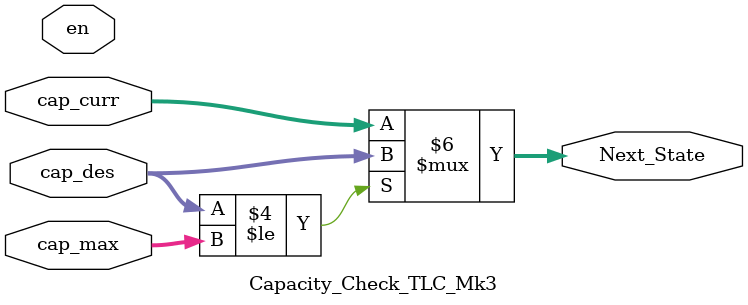
<source format=v>
module Capacity_Check_TLC_Mk3(en, cap_max, cap_curr, cap_des, Next_State);
	
	input en;
	input [3:0]cap_max, cap_curr, cap_des;
	output [3:0]Next_State;
	
	reg [3:0]Next_State;
	
	always @(en or cap_max or cap_curr or cap_des)
	begin
	
		if (en == 1)
			begin
			
				if (cap_curr > cap_max)
					begin
						
						Next_State = cap_max;
					end
			end
				
		if (cap_des <= cap_max)
			begin
			
				Next_State = cap_des;
			end
		else
			begin
				
				Next_State = cap_curr;
			end
	end
endmodule
</source>
